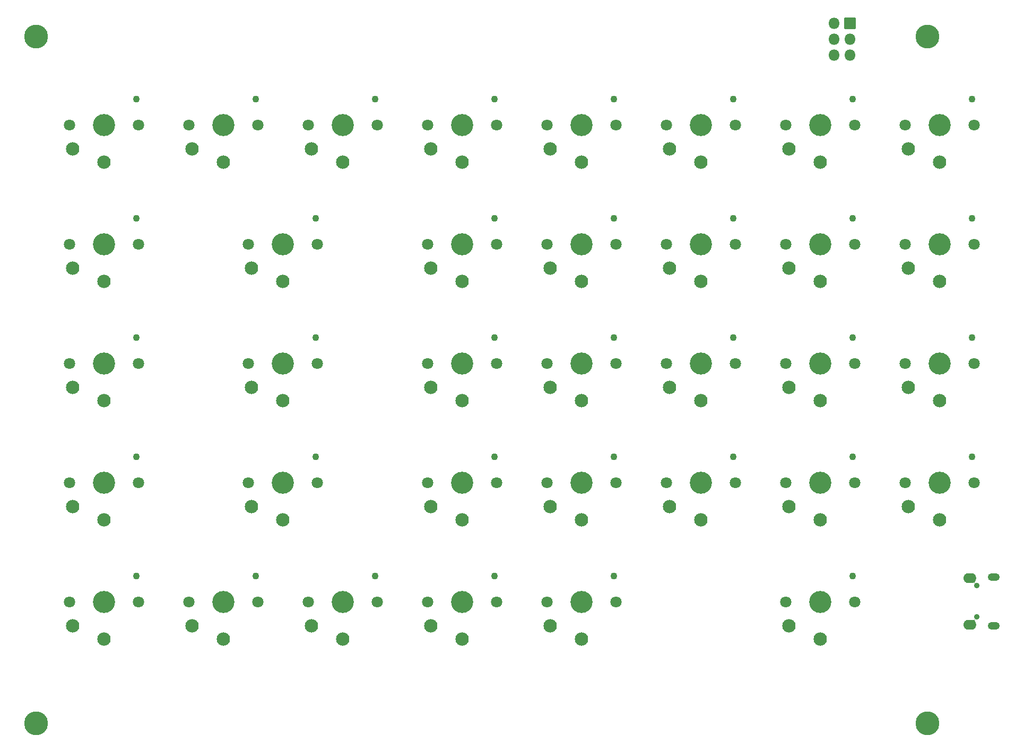
<source format=gts>
%TF.GenerationSoftware,KiCad,Pcbnew,(6.0.10)*%
%TF.CreationDate,2023-02-02T18:01:59-08:00*%
%TF.ProjectId,netrazr_rev2-Left,6e657472-617a-4725-9f72-6576322d4c65,2*%
%TF.SameCoordinates,Original*%
%TF.FileFunction,Soldermask,Top*%
%TF.FilePolarity,Negative*%
%FSLAX46Y46*%
G04 Gerber Fmt 4.6, Leading zero omitted, Abs format (unit mm)*
G04 Created by KiCad (PCBNEW (6.0.10)) date 2023-02-02 18:01:59*
%MOMM*%
%LPD*%
G01*
G04 APERTURE LIST*
G04 Aperture macros list*
%AMRoundRect*
0 Rectangle with rounded corners*
0 $1 Rounding radius*
0 $2 $3 $4 $5 $6 $7 $8 $9 X,Y pos of 4 corners*
0 Add a 4 corners polygon primitive as box body*
4,1,4,$2,$3,$4,$5,$6,$7,$8,$9,$2,$3,0*
0 Add four circle primitives for the rounded corners*
1,1,$1+$1,$2,$3*
1,1,$1+$1,$4,$5*
1,1,$1+$1,$6,$7*
1,1,$1+$1,$8,$9*
0 Add four rect primitives between the rounded corners*
20,1,$1+$1,$2,$3,$4,$5,0*
20,1,$1+$1,$4,$5,$6,$7,0*
20,1,$1+$1,$6,$7,$8,$9,0*
20,1,$1+$1,$8,$9,$2,$3,0*%
G04 Aperture macros list end*
%ADD10C,3.802000*%
%ADD11C,1.803800*%
%ADD12C,3.531000*%
%ADD13C,1.092600*%
%ADD14C,2.134000*%
%ADD15O,0.902000X0.902000*%
%ADD16O,2.102000X1.552000*%
%ADD17O,1.902000X1.252000*%
%ADD18RoundRect,0.051000X0.850000X0.850000X-0.850000X0.850000X-0.850000X-0.850000X0.850000X-0.850000X0*%
%ADD19O,1.802000X1.802000*%
G04 APERTURE END LIST*
D10*
X185420000Y-64262000D03*
D11*
X135645000Y-135600000D03*
D12*
X130145000Y-135600000D03*
D13*
X135365000Y-131400000D03*
D11*
X124645000Y-135600000D03*
D14*
X130145000Y-141500000D03*
X125145000Y-139400000D03*
D13*
X78215000Y-74250000D03*
D11*
X78495000Y-78450000D03*
D12*
X72995000Y-78450000D03*
D11*
X67495000Y-78450000D03*
D14*
X72995000Y-84350000D03*
X67995000Y-82250000D03*
D11*
X192795000Y-78450000D03*
D13*
X192515000Y-74250000D03*
D12*
X187295000Y-78450000D03*
D11*
X181795000Y-78450000D03*
D14*
X187295000Y-84350000D03*
X182295000Y-82250000D03*
D11*
X162745000Y-78450000D03*
D12*
X168245000Y-78450000D03*
D11*
X173745000Y-78450000D03*
D13*
X173465000Y-74250000D03*
D14*
X168245000Y-84350000D03*
X163245000Y-82250000D03*
D11*
X116595000Y-154650000D03*
D13*
X116315000Y-150450000D03*
D11*
X105595000Y-154650000D03*
D12*
X111095000Y-154650000D03*
D14*
X111095000Y-160550000D03*
X106095000Y-158450000D03*
D11*
X59445000Y-135600000D03*
D13*
X59165000Y-131400000D03*
D12*
X53945000Y-135600000D03*
D11*
X48445000Y-135600000D03*
D14*
X53945000Y-141500000D03*
X48945000Y-139400000D03*
D11*
X181795000Y-135600000D03*
D13*
X192515000Y-131400000D03*
D11*
X192795000Y-135600000D03*
D12*
X187295000Y-135600000D03*
D14*
X187295000Y-141500000D03*
X182295000Y-139400000D03*
D13*
X154415000Y-131400000D03*
D11*
X154695000Y-135600000D03*
X143695000Y-135600000D03*
D12*
X149195000Y-135600000D03*
D14*
X149195000Y-141500000D03*
X144195000Y-139400000D03*
D10*
X185420000Y-173990000D03*
D12*
X53945000Y-78450000D03*
D13*
X59165000Y-74250000D03*
D11*
X59445000Y-78450000D03*
X48445000Y-78450000D03*
D14*
X53945000Y-84350000D03*
X48945000Y-82250000D03*
D10*
X43180000Y-173990000D03*
D13*
X87740000Y-93300000D03*
D11*
X77020000Y-97500000D03*
X88020000Y-97500000D03*
D12*
X82520000Y-97500000D03*
D14*
X82520000Y-103400000D03*
X77520000Y-101300000D03*
D13*
X116315000Y-93300000D03*
D12*
X111095000Y-97500000D03*
D11*
X116595000Y-97500000D03*
X105595000Y-97500000D03*
D14*
X111095000Y-103400000D03*
X106095000Y-101300000D03*
D10*
X43180000Y-64262000D03*
D13*
X154415000Y-93300000D03*
D11*
X143695000Y-97500000D03*
D12*
X149195000Y-97500000D03*
D11*
X154695000Y-97500000D03*
D14*
X149195000Y-103400000D03*
X144195000Y-101300000D03*
D11*
X59445000Y-116550000D03*
D12*
X53945000Y-116550000D03*
D11*
X48445000Y-116550000D03*
D13*
X59165000Y-112350000D03*
D14*
X53945000Y-122450000D03*
X48945000Y-120350000D03*
D13*
X192515000Y-112350000D03*
D11*
X192795000Y-116550000D03*
D12*
X187295000Y-116550000D03*
D11*
X181795000Y-116550000D03*
D14*
X187295000Y-122450000D03*
X182295000Y-120350000D03*
D12*
X72995000Y-154650000D03*
D13*
X78215000Y-150450000D03*
D11*
X78495000Y-154650000D03*
X67495000Y-154650000D03*
D14*
X72995000Y-160550000D03*
X67995000Y-158450000D03*
D11*
X143695000Y-116550000D03*
D12*
X149195000Y-116550000D03*
D11*
X154695000Y-116550000D03*
D13*
X154415000Y-112350000D03*
D14*
X149195000Y-122450000D03*
X144195000Y-120350000D03*
D11*
X116595000Y-135600000D03*
D12*
X111095000Y-135600000D03*
D13*
X116315000Y-131400000D03*
D11*
X105595000Y-135600000D03*
D14*
X111095000Y-141500000D03*
X106095000Y-139400000D03*
D11*
X97545000Y-154650000D03*
D13*
X97265000Y-150450000D03*
D12*
X92045000Y-154650000D03*
D11*
X86545000Y-154650000D03*
D14*
X92045000Y-160550000D03*
X87045000Y-158450000D03*
D13*
X97265000Y-74250000D03*
D12*
X92045000Y-78450000D03*
D11*
X86545000Y-78450000D03*
X97545000Y-78450000D03*
D14*
X92045000Y-84350000D03*
X87045000Y-82250000D03*
D11*
X59445000Y-97500000D03*
D13*
X59165000Y-93300000D03*
D12*
X53945000Y-97500000D03*
D11*
X48445000Y-97500000D03*
D14*
X53945000Y-103400000D03*
X48945000Y-101300000D03*
D12*
X82520000Y-135600000D03*
D13*
X87740000Y-131400000D03*
D11*
X77020000Y-135600000D03*
X88020000Y-135600000D03*
D14*
X82520000Y-141500000D03*
X77520000Y-139400000D03*
D12*
X82520000Y-116550000D03*
D13*
X87740000Y-112350000D03*
D11*
X88020000Y-116550000D03*
X77020000Y-116550000D03*
D14*
X82520000Y-122450000D03*
X77520000Y-120350000D03*
D12*
X168245000Y-154650000D03*
D11*
X162745000Y-154650000D03*
X173745000Y-154650000D03*
D13*
X173465000Y-150450000D03*
D14*
X168245000Y-160550000D03*
X163245000Y-158450000D03*
D11*
X135645000Y-97500000D03*
D13*
X135365000Y-93300000D03*
D12*
X130145000Y-97500000D03*
D11*
X124645000Y-97500000D03*
D14*
X130145000Y-103400000D03*
X125145000Y-101300000D03*
D13*
X135365000Y-150450000D03*
D11*
X135645000Y-154650000D03*
X124645000Y-154650000D03*
D12*
X130145000Y-154650000D03*
D14*
X130145000Y-160550000D03*
X125145000Y-158450000D03*
D13*
X116315000Y-74250000D03*
D12*
X111095000Y-78450000D03*
D11*
X105595000Y-78450000D03*
X116595000Y-78450000D03*
D14*
X111095000Y-84350000D03*
X106095000Y-82250000D03*
D11*
X116595000Y-116550000D03*
X105595000Y-116550000D03*
D12*
X111095000Y-116550000D03*
D13*
X116315000Y-112350000D03*
D14*
X111095000Y-122450000D03*
X106095000Y-120350000D03*
D11*
X59445000Y-154650000D03*
D13*
X59165000Y-150450000D03*
D11*
X48445000Y-154650000D03*
D12*
X53945000Y-154650000D03*
D14*
X53945000Y-160550000D03*
X48945000Y-158450000D03*
D11*
X181795000Y-97500000D03*
D12*
X187295000Y-97500000D03*
D11*
X192795000Y-97500000D03*
D13*
X192515000Y-93300000D03*
D14*
X187295000Y-103400000D03*
X182295000Y-101300000D03*
D11*
X173745000Y-97500000D03*
D12*
X168245000Y-97500000D03*
D11*
X162745000Y-97500000D03*
D13*
X173465000Y-93300000D03*
D14*
X168245000Y-103400000D03*
X163245000Y-101300000D03*
D13*
X135365000Y-112350000D03*
D12*
X130145000Y-116550000D03*
D11*
X135645000Y-116550000D03*
X124645000Y-116550000D03*
D14*
X130145000Y-122450000D03*
X125145000Y-120350000D03*
D11*
X124645000Y-78450000D03*
X135645000Y-78450000D03*
D12*
X130145000Y-78450000D03*
D13*
X135365000Y-74250000D03*
D14*
X130145000Y-84350000D03*
X125145000Y-82250000D03*
D11*
X154695000Y-78450000D03*
X143695000Y-78450000D03*
D12*
X149195000Y-78450000D03*
D13*
X154415000Y-74250000D03*
D14*
X149195000Y-84350000D03*
X144195000Y-82250000D03*
D11*
X162745000Y-116550000D03*
X173745000Y-116550000D03*
D12*
X168245000Y-116550000D03*
D13*
X173465000Y-112350000D03*
D14*
X168245000Y-122450000D03*
X163245000Y-120350000D03*
D11*
X162745000Y-135600000D03*
D13*
X173465000Y-131400000D03*
D12*
X168245000Y-135600000D03*
D11*
X173745000Y-135600000D03*
D14*
X168245000Y-141500000D03*
X163245000Y-139400000D03*
D15*
X193226000Y-152023000D03*
X193226000Y-157023000D03*
D16*
X192176000Y-158248000D03*
D17*
X195976000Y-158398000D03*
D16*
X192176000Y-150798000D03*
D17*
X195976000Y-150648000D03*
D18*
X173010000Y-62170000D03*
D19*
X170470000Y-62170000D03*
X173010000Y-64710000D03*
X170470000Y-64710000D03*
X173010000Y-67250000D03*
X170470000Y-67250000D03*
G36*
X192884786Y-157307792D02*
G01*
X192926741Y-157357704D01*
X193032709Y-157428243D01*
X193067360Y-157439068D01*
X193068715Y-157440539D01*
X193068119Y-157442448D01*
X193066550Y-157442966D01*
X193000719Y-157435889D01*
X192938790Y-157466890D01*
X192903450Y-157526453D01*
X192905923Y-157595698D01*
X192935210Y-157640445D01*
X192935322Y-157642442D01*
X192933649Y-157643537D01*
X192932454Y-157643221D01*
X192795142Y-157554730D01*
X192704083Y-157521587D01*
X192702797Y-157520055D01*
X192703481Y-157518176D01*
X192705385Y-157517806D01*
X192775321Y-157540529D01*
X192844849Y-157542515D01*
X192904159Y-157506750D01*
X192934716Y-157444598D01*
X192926802Y-157375623D01*
X192911110Y-157348667D01*
X192881668Y-157310297D01*
X192881407Y-157308314D01*
X192882994Y-157307096D01*
X192884786Y-157307792D01*
G37*
G36*
X192934688Y-151406277D02*
G01*
X192934392Y-151407396D01*
X192903972Y-151456774D01*
X192905291Y-151526019D01*
X192943837Y-151583559D01*
X193007400Y-151611137D01*
X193060286Y-151603982D01*
X193062136Y-151604741D01*
X193062404Y-151606723D01*
X193061104Y-151607887D01*
X193042666Y-151613157D01*
X192935009Y-151681083D01*
X192886265Y-151736275D01*
X192884369Y-151736911D01*
X192882870Y-151735587D01*
X192883179Y-151733733D01*
X192911010Y-151697464D01*
X192936091Y-151632589D01*
X192922175Y-151564742D01*
X192873788Y-151515190D01*
X192806129Y-151499626D01*
X192775473Y-151505421D01*
X192702070Y-151529271D01*
X192700114Y-151528855D01*
X192699496Y-151526953D01*
X192700794Y-151525480D01*
X192785431Y-151496006D01*
X192931629Y-151404651D01*
X192933628Y-151404581D01*
X192934688Y-151406277D01*
G37*
M02*

</source>
